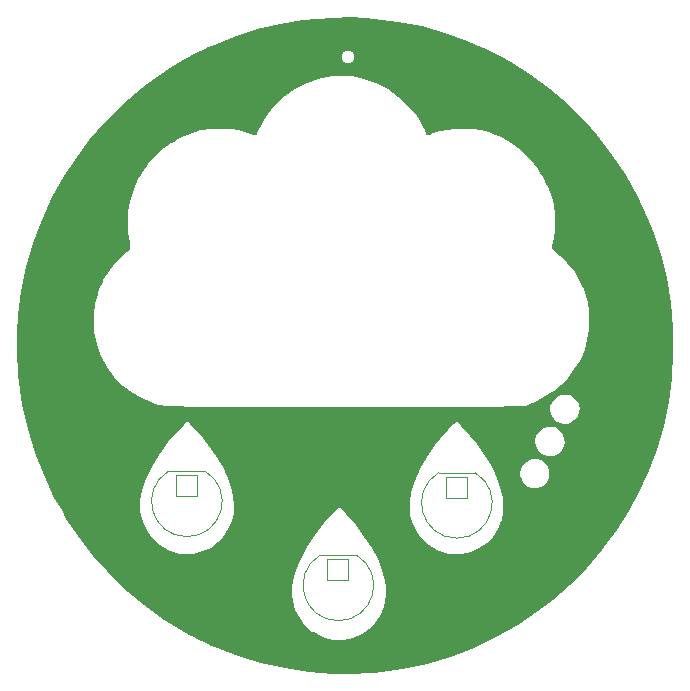
<source format=gbr>
%TF.GenerationSoftware,KiCad,Pcbnew,(6.0.4)*%
%TF.CreationDate,2024-01-19T15:50:56-08:00*%
%TF.ProjectId,Blinky,426c696e-6b79-42e6-9b69-6361645f7063,rev?*%
%TF.SameCoordinates,Original*%
%TF.FileFunction,Legend,Top*%
%TF.FilePolarity,Positive*%
%FSLAX46Y46*%
G04 Gerber Fmt 4.6, Leading zero omitted, Abs format (unit mm)*
G04 Created by KiCad (PCBNEW (6.0.4)) date 2024-01-19 15:50:56*
%MOMM*%
%LPD*%
G01*
G04 APERTURE LIST*
G04 Aperture macros list*
%AMRoundRect*
0 Rectangle with rounded corners*
0 $1 Rounding radius*
0 $2 $3 $4 $5 $6 $7 $8 $9 X,Y pos of 4 corners*
0 Add a 4 corners polygon primitive as box body*
4,1,4,$2,$3,$4,$5,$6,$7,$8,$9,$2,$3,0*
0 Add four circle primitives for the rounded corners*
1,1,$1+$1,$2,$3*
1,1,$1+$1,$4,$5*
1,1,$1+$1,$6,$7*
1,1,$1+$1,$8,$9*
0 Add four rect primitives between the rounded corners*
20,1,$1+$1,$2,$3,$4,$5,0*
20,1,$1+$1,$4,$5,$6,$7,0*
20,1,$1+$1,$6,$7,$8,$9,0*
20,1,$1+$1,$8,$9,$2,$3,0*%
G04 Aperture macros list end*
%ADD10C,0.150000*%
%ADD11C,0.120000*%
%ADD12C,1.016000*%
%ADD13C,0.100000*%
%ADD14C,0.635000*%
%ADD15RoundRect,0.050000X-0.900000X0.900000X-0.900000X-0.900000X0.900000X-0.900000X0.900000X0.900000X0*%
%ADD16C,1.900000*%
%ADD17C,1.117600*%
%ADD18O,2.600000X4.100000*%
%ADD19C,2.100000*%
G04 APERTURE END LIST*
D10*
%TO.C,*%
D11*
%TO.C,D1*%
X128501000Y-91502000D02*
X125411000Y-91502000D01*
X125411170Y-91502000D02*
G75*
G03*
X126956462Y-97052000I1544830J-2560000D01*
G01*
X126955538Y-97052000D02*
G75*
G03*
X128500830Y-91502000I462J2990000D01*
G01*
%TO.C,D2*%
X141328000Y-98614000D02*
X138238000Y-98614000D01*
X139782538Y-104164000D02*
G75*
G03*
X141327830Y-98614000I462J2990000D01*
G01*
X138238170Y-98614000D02*
G75*
G03*
X139783462Y-104164000I1544830J-2560000D01*
G01*
%TO.C,D3*%
X151361000Y-91629000D02*
X148271000Y-91629000D01*
X148271170Y-91629000D02*
G75*
G03*
X149816462Y-97179000I1544830J-2560000D01*
G01*
X149815538Y-97179000D02*
G75*
G03*
X151360830Y-91629000I462J2990000D01*
G01*
%TO.C,*%
G36*
X120196000Y-99997500D02*
G01*
X119006000Y-98660500D01*
X117735000Y-97014500D01*
X116764000Y-95561500D01*
X116344000Y-94826500D01*
X123013000Y-94826500D01*
X123069000Y-95261500D01*
X123286000Y-96012500D01*
X123638000Y-96692500D01*
X124108000Y-97288500D01*
X124681000Y-97782500D01*
X125342000Y-98162500D01*
X126074000Y-98411500D01*
X126448000Y-98480500D01*
X126803000Y-98506500D01*
X127206000Y-98503500D01*
X127492000Y-98480500D01*
X128267000Y-98300500D01*
X128979000Y-97975500D01*
X129616000Y-97512500D01*
X130034000Y-97081500D01*
X130476000Y-96432500D01*
X130781000Y-95708500D01*
X130928000Y-95035500D01*
X130950000Y-94442500D01*
X145810000Y-94442500D01*
X145824000Y-94811500D01*
X145857000Y-95142500D01*
X145867000Y-95206500D01*
X146079000Y-95964500D01*
X146424000Y-96652500D01*
X146887000Y-97254500D01*
X147453000Y-97756500D01*
X148106000Y-98143500D01*
X148832000Y-98400500D01*
X149252000Y-98480500D01*
X149547000Y-98503500D01*
X149900000Y-98507500D01*
X150207000Y-98492500D01*
X150228000Y-98490500D01*
X150993000Y-98326500D01*
X151699000Y-98022500D01*
X152329000Y-97594500D01*
X152866000Y-97056500D01*
X153292000Y-96421500D01*
X153592000Y-95706500D01*
X153619000Y-95615500D01*
X153735000Y-95046500D01*
X153761000Y-94453500D01*
X153701000Y-93779500D01*
X153697000Y-93751500D01*
X153498000Y-92858500D01*
X153153000Y-91919500D01*
X153016000Y-91645500D01*
X155180000Y-91645500D01*
X155191000Y-91917500D01*
X155209000Y-92015500D01*
X155390000Y-92416500D01*
X155691000Y-92725500D01*
X156083000Y-92915500D01*
X156100000Y-92919500D01*
X156325000Y-92947500D01*
X156590000Y-92941500D01*
X156723000Y-92920500D01*
X157120000Y-92741500D01*
X157423000Y-92449500D01*
X157608000Y-92073500D01*
X157658000Y-91724500D01*
X157631000Y-91436500D01*
X157539000Y-91181500D01*
X157293000Y-90824500D01*
X156933000Y-90576500D01*
X156867000Y-90547500D01*
X156751000Y-90503500D01*
X156643000Y-90485500D01*
X156466000Y-90481500D01*
X156418000Y-90481500D01*
X156218000Y-90484500D01*
X156101000Y-90499500D01*
X155991000Y-90537500D01*
X155974000Y-90544500D01*
X155595000Y-90776500D01*
X155323000Y-91112500D01*
X155208000Y-91400500D01*
X155180000Y-91645500D01*
X153016000Y-91645500D01*
X152666000Y-90943500D01*
X152042000Y-89938500D01*
X151313000Y-88949500D01*
X156466000Y-88949500D01*
X156521000Y-89347500D01*
X156600000Y-89552500D01*
X156724000Y-89742500D01*
X156727000Y-89746500D01*
X157033000Y-90027500D01*
X157418000Y-90191500D01*
X157835000Y-90222500D01*
X158006000Y-90192500D01*
X158411000Y-90011500D01*
X158719000Y-89709500D01*
X158825000Y-89529500D01*
X158951000Y-89121500D01*
X158925000Y-88711500D01*
X158919000Y-88683500D01*
X158743000Y-88289500D01*
X158457000Y-87986500D01*
X158093000Y-87794500D01*
X157680000Y-87733500D01*
X157456000Y-87760500D01*
X157058000Y-87919500D01*
X156748000Y-88190500D01*
X156545000Y-88544500D01*
X156466000Y-88949500D01*
X151313000Y-88949500D01*
X151286000Y-88912500D01*
X150650000Y-88152500D01*
X150420000Y-87898500D01*
X150190000Y-87657500D01*
X149989000Y-87457500D01*
X149844000Y-87327500D01*
X149788000Y-87291500D01*
X149706000Y-87347500D01*
X149545000Y-87497500D01*
X149328000Y-87717500D01*
X149082000Y-87979500D01*
X148873000Y-88214500D01*
X148003000Y-89278500D01*
X147273000Y-90324500D01*
X146687000Y-91344500D01*
X146246000Y-92335500D01*
X145954000Y-93290500D01*
X145818000Y-94134500D01*
X145810000Y-94442500D01*
X130950000Y-94442500D01*
X130952000Y-94372500D01*
X130868000Y-93630500D01*
X130680000Y-92840500D01*
X130408000Y-92068500D01*
X129986000Y-91179500D01*
X129437000Y-90249500D01*
X128781000Y-89305500D01*
X128034000Y-88373500D01*
X127260000Y-87526500D01*
X127097000Y-87366500D01*
X127007000Y-87298500D01*
X126980000Y-87291500D01*
X126919000Y-87319500D01*
X126804000Y-87423500D01*
X126672000Y-87556500D01*
X126011000Y-88277500D01*
X125385000Y-89031500D01*
X124832000Y-89770500D01*
X124581000Y-90141500D01*
X123968000Y-91178500D01*
X123504000Y-92166500D01*
X123190000Y-93104500D01*
X123026000Y-93991500D01*
X123013000Y-94826500D01*
X116344000Y-94826500D01*
X115728000Y-93749500D01*
X114831000Y-91868500D01*
X114080000Y-89926500D01*
X113476000Y-87936500D01*
X113102000Y-86258500D01*
X157718000Y-86258500D01*
X157793000Y-86683500D01*
X158003000Y-87048500D01*
X158329000Y-87324500D01*
X158628000Y-87455500D01*
X158888000Y-87488500D01*
X159191000Y-87471500D01*
X159388000Y-87423500D01*
X159774000Y-87195500D01*
X160047000Y-86858500D01*
X160075000Y-86804500D01*
X160180000Y-86522500D01*
X160205000Y-86251500D01*
X160128000Y-85817500D01*
X159914000Y-85448500D01*
X159580000Y-85170500D01*
X159388000Y-85079500D01*
X159109000Y-85020500D01*
X158795000Y-85018500D01*
X158658000Y-85041500D01*
X158254000Y-85224500D01*
X157947000Y-85531500D01*
X157837000Y-85721500D01*
X157740000Y-85997500D01*
X157718000Y-86258500D01*
X113102000Y-86258500D01*
X113025000Y-85908500D01*
X112739000Y-83951500D01*
X112685000Y-83424500D01*
X112645000Y-82962500D01*
X112617000Y-82520500D01*
X112600000Y-82054500D01*
X112591000Y-81521500D01*
X112588000Y-80876500D01*
X112588000Y-80791500D01*
X112589000Y-80244500D01*
X112592000Y-79819500D01*
X112599000Y-79474500D01*
X112612000Y-79172500D01*
X112631000Y-78873500D01*
X112659000Y-78537500D01*
X112680000Y-78311500D01*
X112687000Y-78257500D01*
X119057000Y-78257500D01*
X119068000Y-79229500D01*
X119120000Y-79711500D01*
X119344000Y-80767500D01*
X119709000Y-81763500D01*
X120205000Y-82688500D01*
X120824000Y-83527500D01*
X121556000Y-84268500D01*
X122392000Y-84898500D01*
X123147000Y-85323500D01*
X123745000Y-85590500D01*
X124293000Y-85782500D01*
X124358000Y-85801500D01*
X124617000Y-85871500D01*
X124856000Y-85922500D01*
X125113000Y-85957500D01*
X125429000Y-85982500D01*
X125841000Y-86001500D01*
X126148000Y-86011500D01*
X126272000Y-86015500D01*
X126388000Y-86019500D01*
X126502000Y-86022500D01*
X126623000Y-86025500D01*
X126758000Y-86028500D01*
X126914000Y-86030500D01*
X127098000Y-86032500D01*
X127317000Y-86034500D01*
X127580000Y-86035500D01*
X127893000Y-86037500D01*
X128265000Y-86038500D01*
X128701000Y-86039500D01*
X129209000Y-86040500D01*
X129798000Y-86040500D01*
X130474000Y-86041500D01*
X135418000Y-86041500D01*
X136772000Y-86040500D01*
X139902000Y-86040500D01*
X141498000Y-86039500D01*
X143430000Y-86039500D01*
X145206000Y-86038500D01*
X146827000Y-86037500D01*
X148298000Y-86036500D01*
X149620000Y-86035500D01*
X150798000Y-86034500D01*
X151835000Y-86032500D01*
X152732000Y-86030500D01*
X153494000Y-86028500D01*
X154124000Y-86026500D01*
X154623000Y-86024500D01*
X154997000Y-86021500D01*
X155246000Y-86019500D01*
X155376000Y-86016500D01*
X155395000Y-86015500D01*
X155600000Y-85971500D01*
X155675000Y-85949500D01*
X155989000Y-85824500D01*
X156393000Y-85635500D01*
X156844000Y-85404500D01*
X157297000Y-85155500D01*
X157710000Y-84910500D01*
X158026000Y-84702500D01*
X158634000Y-84199500D01*
X159226000Y-83582500D01*
X159763000Y-82893500D01*
X160211000Y-82177500D01*
X160307000Y-81994500D01*
X160632000Y-81215500D01*
X160852000Y-80378500D01*
X160971000Y-79456500D01*
X160998000Y-78681500D01*
X160976000Y-77912500D01*
X160906000Y-77255500D01*
X160779000Y-76668500D01*
X160587000Y-76107500D01*
X160451000Y-75795500D01*
X160106000Y-75136500D01*
X159694000Y-74511500D01*
X159178000Y-73867500D01*
X159147000Y-73831500D01*
X158889000Y-73554500D01*
X158588000Y-73260500D01*
X158300000Y-73002500D01*
X158156000Y-72886500D01*
X157959000Y-72724500D01*
X157898000Y-72651500D01*
X157883000Y-72546500D01*
X157907000Y-72364500D01*
X157948000Y-72171500D01*
X158039000Y-71714500D01*
X158093000Y-71262500D01*
X158114000Y-70755500D01*
X158112000Y-70291500D01*
X158086000Y-69643500D01*
X158026000Y-69090500D01*
X157921000Y-68578500D01*
X157758000Y-68056500D01*
X157526000Y-67474500D01*
X157402000Y-67191500D01*
X157266000Y-66916500D01*
X157079000Y-66571500D01*
X156876000Y-66219500D01*
X156704000Y-65942500D01*
X156069000Y-65115500D01*
X155290000Y-64357500D01*
X154639000Y-63852500D01*
X154106000Y-63508500D01*
X153537000Y-63212500D01*
X152873000Y-62934500D01*
X152762000Y-62892500D01*
X152241000Y-62716500D01*
X151757000Y-62596500D01*
X151378000Y-62531500D01*
X151180000Y-62514500D01*
X150874000Y-62502500D01*
X150512000Y-62496500D01*
X150147000Y-62496500D01*
X149829000Y-62502500D01*
X149688000Y-62509500D01*
X148968000Y-62588500D01*
X148347000Y-62723500D01*
X147838000Y-62896500D01*
X147536000Y-63008500D01*
X147348000Y-63050500D01*
X147246000Y-63028500D01*
X147232000Y-63016500D01*
X147190000Y-62917500D01*
X147168000Y-62835500D01*
X147094000Y-62634500D01*
X146955000Y-62345500D01*
X146775000Y-62013500D01*
X146577000Y-61684500D01*
X146402000Y-61422500D01*
X145685000Y-60556500D01*
X144864000Y-59795500D01*
X143958000Y-59155500D01*
X143144000Y-58723500D01*
X142504000Y-58455500D01*
X141917000Y-58267500D01*
X141309000Y-58139500D01*
X140908000Y-58082500D01*
X140581000Y-58044500D01*
X140349000Y-58024500D01*
X140149000Y-58019500D01*
X139919000Y-58028500D01*
X139718000Y-58040500D01*
X139408000Y-58061500D01*
X139128000Y-58085500D01*
X138978000Y-58102500D01*
X138317000Y-58231500D01*
X137614000Y-58440500D01*
X137122000Y-58629500D01*
X136134000Y-59135500D01*
X135236000Y-59771500D01*
X134421000Y-60541500D01*
X133846000Y-61231500D01*
X133618000Y-61554500D01*
X133392000Y-61914500D01*
X133192000Y-62267500D01*
X133045000Y-62567500D01*
X132986000Y-62721500D01*
X132910000Y-62934500D01*
X132827000Y-63034500D01*
X132789000Y-63051500D01*
X132640000Y-63051500D01*
X132398000Y-62972500D01*
X132286000Y-62924500D01*
X131642000Y-62703500D01*
X130858000Y-62550500D01*
X130838000Y-62548500D01*
X130661000Y-62526500D01*
X130488000Y-62512500D01*
X130272000Y-62505500D01*
X129966000Y-62502500D01*
X129389000Y-62502500D01*
X129132000Y-62507500D01*
X128941000Y-62516500D01*
X128767000Y-62533500D01*
X128658000Y-62547500D01*
X128399000Y-62583500D01*
X128220000Y-62614500D01*
X128043000Y-62658500D01*
X127880000Y-62703500D01*
X127246000Y-62919500D01*
X126531000Y-63236500D01*
X126388000Y-63306500D01*
X126210000Y-63396500D01*
X126048000Y-63483500D01*
X125850000Y-63596500D01*
X125608000Y-63737500D01*
X125026000Y-64140500D01*
X124435000Y-64664500D01*
X123867000Y-65278500D01*
X123578000Y-65641500D01*
X123291000Y-66040500D01*
X123039000Y-66423500D01*
X122928000Y-66609500D01*
X122637000Y-67209500D01*
X122378000Y-67913500D01*
X122167000Y-68665500D01*
X122070000Y-69131500D01*
X122010000Y-69488500D01*
X121973000Y-69768500D01*
X121955000Y-70040500D01*
X121950000Y-70374500D01*
X121950000Y-70531500D01*
X121951000Y-71141500D01*
X122054000Y-71735500D01*
X122120000Y-72134500D01*
X122153000Y-72408500D01*
X122155000Y-72588500D01*
X122129000Y-72706500D01*
X122113000Y-72739500D01*
X121987000Y-72871500D01*
X121886000Y-72949500D01*
X121281000Y-73468500D01*
X120686000Y-74141500D01*
X120425000Y-74491500D01*
X120244000Y-74759500D01*
X120051000Y-75066500D01*
X119884000Y-75348500D01*
X119817000Y-75474500D01*
X119742000Y-75636500D01*
X119636000Y-75886500D01*
X119522000Y-76162500D01*
X119427000Y-76401500D01*
X119402000Y-76471500D01*
X119169000Y-77327500D01*
X119057000Y-78257500D01*
X112687000Y-78257500D01*
X112951000Y-76226500D01*
X113376000Y-74178500D01*
X113954000Y-72174500D01*
X114683000Y-70219500D01*
X115559000Y-68321500D01*
X116581000Y-66485500D01*
X117463000Y-65121500D01*
X118710000Y-63450500D01*
X120085000Y-61872500D01*
X121582000Y-60395500D01*
X123193000Y-59024500D01*
X123340000Y-58909500D01*
X124434000Y-58098500D01*
X125557000Y-57351500D01*
X126618000Y-56714500D01*
X126958000Y-56526500D01*
X127391000Y-56297500D01*
X127869000Y-56052500D01*
X128345000Y-55814500D01*
X128770000Y-55608500D01*
X129064000Y-55473500D01*
X130966000Y-54712500D01*
X132869000Y-54102500D01*
X134800000Y-53637500D01*
X136783000Y-53310500D01*
X137948000Y-53183500D01*
X139323000Y-53098500D01*
X140760000Y-53083500D01*
X142174000Y-53136500D01*
X142788000Y-53183500D01*
X144843000Y-53439500D01*
X146832000Y-53835500D01*
X148776000Y-54375500D01*
X150699000Y-55065500D01*
X150882000Y-55139500D01*
X152253000Y-55746500D01*
X153647000Y-56457500D01*
X154422000Y-56893500D01*
X156080000Y-57947500D01*
X157683000Y-59140500D01*
X159210000Y-60454500D01*
X160641000Y-61871500D01*
X161679000Y-63041500D01*
X162960000Y-64694500D01*
X164114000Y-66439500D01*
X165135000Y-68264500D01*
X166013000Y-70157500D01*
X166415000Y-71173500D01*
X167069000Y-73156500D01*
X167572000Y-75186500D01*
X167921000Y-77254500D01*
X168117000Y-79351500D01*
X168156000Y-81469500D01*
X168155000Y-81537500D01*
X168032000Y-83621500D01*
X167752000Y-85685500D01*
X167316000Y-87719500D01*
X166727000Y-89715500D01*
X165986000Y-91667500D01*
X165265000Y-93231500D01*
X164370000Y-94891500D01*
X163391000Y-96448500D01*
X162297000Y-97948500D01*
X162094000Y-98206500D01*
X160817000Y-99691500D01*
X159417000Y-101105500D01*
X157927000Y-102416500D01*
X156718000Y-103351500D01*
X154970000Y-104526500D01*
X153149000Y-105561500D01*
X151261000Y-106452500D01*
X149314000Y-107198500D01*
X147316000Y-107794500D01*
X145273000Y-108239500D01*
X143378000Y-108510500D01*
X142828000Y-108566500D01*
X142354000Y-108606500D01*
X141904000Y-108633500D01*
X141424000Y-108649500D01*
X140858000Y-108657500D01*
X140598000Y-108659500D01*
X140184000Y-108661500D01*
X139817000Y-108662500D01*
X139532000Y-108661500D01*
X139365000Y-108660500D01*
X139348000Y-108659500D01*
X137255000Y-108501500D01*
X135224000Y-108200500D01*
X133239000Y-107752500D01*
X131283000Y-107154500D01*
X129339000Y-106400500D01*
X129040000Y-106271500D01*
X128766000Y-106144500D01*
X128396000Y-105965500D01*
X127977000Y-105757500D01*
X127554000Y-105543500D01*
X127174000Y-105346500D01*
X126881000Y-105189500D01*
X126858000Y-105176500D01*
X125040000Y-104066500D01*
X123322000Y-102831500D01*
X122010000Y-101729500D01*
X135872000Y-101729500D01*
X135887000Y-102105500D01*
X135921000Y-102437500D01*
X135928000Y-102481500D01*
X136142000Y-103253500D01*
X136497000Y-103954500D01*
X136983000Y-104571500D01*
X137592000Y-105091500D01*
X137688000Y-105156500D01*
X138273000Y-105466500D01*
X138923000Y-105685500D01*
X139378000Y-105769500D01*
X139654000Y-105785500D01*
X139987000Y-105786500D01*
X140275000Y-105772500D01*
X140294000Y-105770500D01*
X141049000Y-105609500D01*
X141748000Y-105309500D01*
X142374000Y-104885500D01*
X142909000Y-104353500D01*
X143337000Y-103727500D01*
X143641000Y-103025500D01*
X143748000Y-102613500D01*
X143823000Y-101977500D01*
X143794000Y-101287500D01*
X143716000Y-100771500D01*
X143483000Y-99896500D01*
X143112000Y-98974500D01*
X142611000Y-98019500D01*
X141988000Y-97045500D01*
X141251000Y-96066500D01*
X140410000Y-95097500D01*
X140144000Y-94816500D01*
X139978000Y-94650500D01*
X139886000Y-94579500D01*
X139858000Y-94571500D01*
X139765000Y-94629500D01*
X139590000Y-94789500D01*
X139354000Y-95030500D01*
X139076000Y-95330500D01*
X138778000Y-95669500D01*
X138596000Y-95883500D01*
X137801000Y-96907500D01*
X137136000Y-97920500D01*
X136606000Y-98912500D01*
X136214000Y-99875500D01*
X135966000Y-100799500D01*
X135880000Y-101411500D01*
X135872000Y-101729500D01*
X122010000Y-101729500D01*
X121707000Y-101474500D01*
X120196000Y-99997500D01*
G37*
%TD*%
%LPC*%
D12*
X155671955Y-73733045D02*
G75*
G03*
X155671955Y-73733045I-4204955J0D01*
G01*
X134589955Y-73606045D02*
G75*
G03*
X134589955Y-73606045I-4204955J0D01*
G01*
D13*
G36*
X142756000Y-81410000D02*
G01*
X142256000Y-82110000D01*
X141456000Y-82510000D01*
X140656000Y-82710000D01*
X139656000Y-82510000D01*
X139056000Y-82210000D01*
X138356000Y-81410000D01*
X138056000Y-80710000D01*
X138056000Y-80010000D01*
X143256000Y-80010000D01*
X142756000Y-81410000D01*
G37*
X142756000Y-81410000D02*
X142256000Y-82110000D01*
X141456000Y-82510000D01*
X140656000Y-82710000D01*
X139656000Y-82510000D01*
X139056000Y-82210000D01*
X138356000Y-81410000D01*
X138056000Y-80710000D01*
X138056000Y-80010000D01*
X143256000Y-80010000D01*
X142756000Y-81410000D01*
D14*
X137956000Y-80010000D02*
X143156000Y-80010000D01*
X137956000Y-80010000D02*
G75*
G03*
X143156000Y-80010000I2600000J0D01*
G01*
D15*
%TO.C,D1*%
X126956000Y-92792000D03*
D16*
X126956000Y-95332000D03*
%TD*%
D15*
%TO.C,D2*%
X139783000Y-99904000D03*
D16*
X139783000Y-102444000D03*
%TD*%
D15*
%TO.C,D3*%
X149816000Y-92919000D03*
D16*
X149816000Y-95459000D03*
%TD*%
D17*
%TO.C,REF\u002A\u002A*%
X140589000Y-56471000D03*
%TD*%
D18*
%TO.C,BT1*%
X130384000Y-73702000D03*
X151466000Y-73702000D03*
%TD*%
D19*
%TO.C,SW1*%
X158957855Y-86268076D03*
X157690000Y-88987000D03*
X156422145Y-91705923D03*
%TD*%
M02*

</source>
